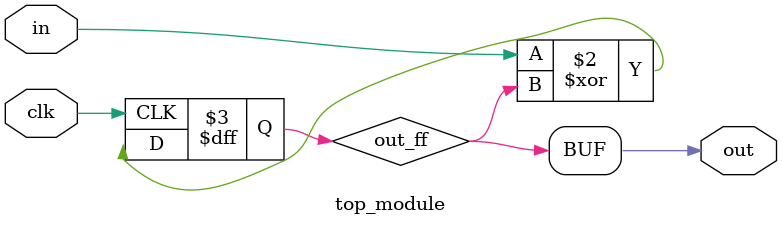
<source format=sv>
module top_module (
	input clk,
	input in,
	output logic out
);

logic out_ff;

always_ff @(posedge clk) begin
	out_ff <= in ^ out_ff;
end

assign out = out_ff;

endmodule

</source>
